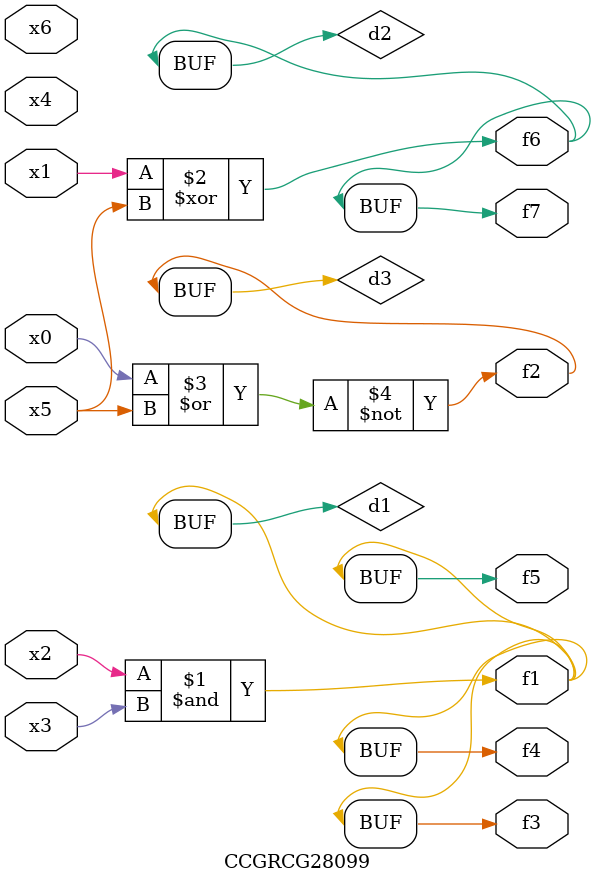
<source format=v>
module CCGRCG28099(
	input x0, x1, x2, x3, x4, x5, x6,
	output f1, f2, f3, f4, f5, f6, f7
);

	wire d1, d2, d3;

	and (d1, x2, x3);
	xor (d2, x1, x5);
	nor (d3, x0, x5);
	assign f1 = d1;
	assign f2 = d3;
	assign f3 = d1;
	assign f4 = d1;
	assign f5 = d1;
	assign f6 = d2;
	assign f7 = d2;
endmodule

</source>
